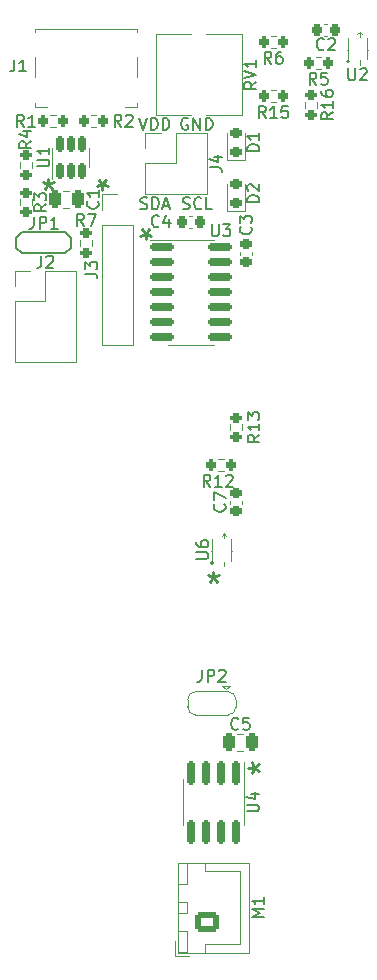
<source format=gto>
G04 #@! TF.GenerationSoftware,KiCad,Pcbnew,(6.0.10-0)*
G04 #@! TF.CreationDate,2023-11-26T23:42:57+09:00*
G04 #@! TF.ProjectId,AutoFeeder_Drum-type,4175746f-4665-4656-9465-725f4472756d,01*
G04 #@! TF.SameCoordinates,Original*
G04 #@! TF.FileFunction,Legend,Top*
G04 #@! TF.FilePolarity,Positive*
%FSLAX46Y46*%
G04 Gerber Fmt 4.6, Leading zero omitted, Abs format (unit mm)*
G04 Created by KiCad (PCBNEW (6.0.10-0)) date 2023-11-26 23:42:57*
%MOMM*%
%LPD*%
G01*
G04 APERTURE LIST*
G04 Aperture macros list*
%AMRoundRect*
0 Rectangle with rounded corners*
0 $1 Rounding radius*
0 $2 $3 $4 $5 $6 $7 $8 $9 X,Y pos of 4 corners*
0 Add a 4 corners polygon primitive as box body*
4,1,4,$2,$3,$4,$5,$6,$7,$8,$9,$2,$3,0*
0 Add four circle primitives for the rounded corners*
1,1,$1+$1,$2,$3*
1,1,$1+$1,$4,$5*
1,1,$1+$1,$6,$7*
1,1,$1+$1,$8,$9*
0 Add four rect primitives between the rounded corners*
20,1,$1+$1,$2,$3,$4,$5,0*
20,1,$1+$1,$4,$5,$6,$7,0*
20,1,$1+$1,$6,$7,$8,$9,0*
20,1,$1+$1,$8,$9,$2,$3,0*%
%AMFreePoly0*
4,1,22,0.550000,-0.750000,0.000000,-0.750000,0.000000,-0.745033,-0.079941,-0.743568,-0.215256,-0.701293,-0.333266,-0.622738,-0.424486,-0.514219,-0.481581,-0.384460,-0.499164,-0.250000,-0.500000,-0.250000,-0.500000,0.250000,-0.499164,0.250000,-0.499963,0.256109,-0.478152,0.396186,-0.417904,0.524511,-0.324060,0.630769,-0.204165,0.706417,-0.067858,0.745374,0.000000,0.744959,0.000000,0.750000,
0.550000,0.750000,0.550000,-0.750000,0.550000,-0.750000,$1*%
%AMFreePoly1*
4,1,20,0.000000,0.744959,0.073905,0.744508,0.209726,0.703889,0.328688,0.626782,0.421226,0.519385,0.479903,0.390333,0.500000,0.250000,0.500000,-0.250000,0.499851,-0.262216,0.476331,-0.402017,0.414519,-0.529596,0.319384,-0.634700,0.198574,-0.708877,0.061801,-0.746166,0.000000,-0.745033,0.000000,-0.750000,-0.550000,-0.750000,-0.550000,0.750000,0.000000,0.750000,0.000000,0.744959,
0.000000,0.744959,$1*%
G04 Aperture macros list end*
%ADD10C,0.150000*%
%ADD11C,0.250000*%
%ADD12C,0.120000*%
%ADD13C,0.100000*%
%ADD14C,0.200000*%
%ADD15FreePoly0,180.000000*%
%ADD16R,1.000000X1.500000*%
%ADD17FreePoly1,180.000000*%
%ADD18RoundRect,0.225000X-0.250000X0.225000X-0.250000X-0.225000X0.250000X-0.225000X0.250000X0.225000X0*%
%ADD19RoundRect,0.225000X0.225000X0.250000X-0.225000X0.250000X-0.225000X-0.250000X0.225000X-0.250000X0*%
%ADD20RoundRect,0.200000X-0.200000X-0.275000X0.200000X-0.275000X0.200000X0.275000X-0.200000X0.275000X0*%
%ADD21RoundRect,0.250000X-0.250000X-0.475000X0.250000X-0.475000X0.250000X0.475000X-0.250000X0.475000X0*%
%ADD22RoundRect,0.200000X-0.275000X0.200000X-0.275000X-0.200000X0.275000X-0.200000X0.275000X0.200000X0*%
%ADD23R,0.400000X0.650000*%
%ADD24RoundRect,0.200000X0.275000X-0.200000X0.275000X0.200000X-0.275000X0.200000X-0.275000X-0.200000X0*%
%ADD25R,1.700000X1.700000*%
%ADD26O,1.700000X1.700000*%
%ADD27RoundRect,0.200000X0.200000X0.275000X-0.200000X0.275000X-0.200000X-0.275000X0.200000X-0.275000X0*%
%ADD28C,1.440000*%
%ADD29RoundRect,0.150000X-0.150000X0.825000X-0.150000X-0.825000X0.150000X-0.825000X0.150000X0.825000X0*%
%ADD30C,1.400000*%
%ADD31RoundRect,0.150000X0.150000X-0.512500X0.150000X0.512500X-0.150000X0.512500X-0.150000X-0.512500X0*%
%ADD32C,2.200000*%
%ADD33R,0.700000X1.200000*%
%ADD34R,0.760000X1.200000*%
%ADD35R,0.800000X1.200000*%
%ADD36O,1.100000X1.700000*%
%ADD37RoundRect,0.150000X-0.825000X-0.150000X0.825000X-0.150000X0.825000X0.150000X-0.825000X0.150000X0*%
%ADD38RoundRect,0.250000X0.750000X-0.600000X0.750000X0.600000X-0.750000X0.600000X-0.750000X-0.600000X0*%
%ADD39O,2.000000X1.700000*%
%ADD40RoundRect,0.218750X0.256250X-0.218750X0.256250X0.218750X-0.256250X0.218750X-0.256250X-0.218750X0*%
%ADD41RoundRect,0.225000X0.250000X-0.225000X0.250000X0.225000X-0.250000X0.225000X-0.250000X-0.225000X0*%
G04 APERTURE END LIST*
D10*
X148018666Y-68413380D02*
X148352000Y-69413380D01*
X148685333Y-68413380D01*
X149018666Y-69413380D02*
X149018666Y-68413380D01*
X149256761Y-68413380D01*
X149399619Y-68461000D01*
X149494857Y-68556238D01*
X149542476Y-68651476D01*
X149590095Y-68841952D01*
X149590095Y-68984809D01*
X149542476Y-69175285D01*
X149494857Y-69270523D01*
X149399619Y-69365761D01*
X149256761Y-69413380D01*
X149018666Y-69413380D01*
X150018666Y-69413380D02*
X150018666Y-68413380D01*
X150256761Y-68413380D01*
X150399619Y-68461000D01*
X150494857Y-68556238D01*
X150542476Y-68651476D01*
X150590095Y-68841952D01*
X150590095Y-68984809D01*
X150542476Y-69175285D01*
X150494857Y-69270523D01*
X150399619Y-69365761D01*
X150256761Y-69413380D01*
X150018666Y-69413380D01*
X151717523Y-76096761D02*
X151860380Y-76144380D01*
X152098476Y-76144380D01*
X152193714Y-76096761D01*
X152241333Y-76049142D01*
X152288952Y-75953904D01*
X152288952Y-75858666D01*
X152241333Y-75763428D01*
X152193714Y-75715809D01*
X152098476Y-75668190D01*
X151908000Y-75620571D01*
X151812761Y-75572952D01*
X151765142Y-75525333D01*
X151717523Y-75430095D01*
X151717523Y-75334857D01*
X151765142Y-75239619D01*
X151812761Y-75192000D01*
X151908000Y-75144380D01*
X152146095Y-75144380D01*
X152288952Y-75192000D01*
X153288952Y-76049142D02*
X153241333Y-76096761D01*
X153098476Y-76144380D01*
X153003238Y-76144380D01*
X152860380Y-76096761D01*
X152765142Y-76001523D01*
X152717523Y-75906285D01*
X152669904Y-75715809D01*
X152669904Y-75572952D01*
X152717523Y-75382476D01*
X152765142Y-75287238D01*
X152860380Y-75192000D01*
X153003238Y-75144380D01*
X153098476Y-75144380D01*
X153241333Y-75192000D01*
X153288952Y-75239619D01*
X154193714Y-76144380D02*
X153717523Y-76144380D01*
X153717523Y-75144380D01*
X148137714Y-76096761D02*
X148280571Y-76144380D01*
X148518666Y-76144380D01*
X148613904Y-76096761D01*
X148661523Y-76049142D01*
X148709142Y-75953904D01*
X148709142Y-75858666D01*
X148661523Y-75763428D01*
X148613904Y-75715809D01*
X148518666Y-75668190D01*
X148328190Y-75620571D01*
X148232952Y-75572952D01*
X148185333Y-75525333D01*
X148137714Y-75430095D01*
X148137714Y-75334857D01*
X148185333Y-75239619D01*
X148232952Y-75192000D01*
X148328190Y-75144380D01*
X148566285Y-75144380D01*
X148709142Y-75192000D01*
X149137714Y-76144380D02*
X149137714Y-75144380D01*
X149375809Y-75144380D01*
X149518666Y-75192000D01*
X149613904Y-75287238D01*
X149661523Y-75382476D01*
X149709142Y-75572952D01*
X149709142Y-75715809D01*
X149661523Y-75906285D01*
X149613904Y-76001523D01*
X149518666Y-76096761D01*
X149375809Y-76144380D01*
X149137714Y-76144380D01*
X150090095Y-75858666D02*
X150566285Y-75858666D01*
X149994857Y-76144380D02*
X150328190Y-75144380D01*
X150661523Y-76144380D01*
D11*
X140335000Y-73580761D02*
X140335000Y-74056952D01*
X139858809Y-73866476D02*
X140335000Y-74056952D01*
X140811190Y-73866476D01*
X140049285Y-74437904D02*
X140335000Y-74056952D01*
X140620714Y-74437904D01*
X148590000Y-78692238D02*
X148590000Y-78216047D01*
X149066190Y-78406523D02*
X148590000Y-78216047D01*
X148113809Y-78406523D01*
X148875714Y-77835095D02*
X148590000Y-78216047D01*
X148304285Y-77835095D01*
X154305000Y-106854761D02*
X154305000Y-107330952D01*
X153828809Y-107140476D02*
X154305000Y-107330952D01*
X154781190Y-107140476D01*
X154019285Y-107711904D02*
X154305000Y-107330952D01*
X154590714Y-107711904D01*
D10*
X152146095Y-68461000D02*
X152050857Y-68413380D01*
X151908000Y-68413380D01*
X151765142Y-68461000D01*
X151669904Y-68556238D01*
X151622285Y-68651476D01*
X151574666Y-68841952D01*
X151574666Y-68984809D01*
X151622285Y-69175285D01*
X151669904Y-69270523D01*
X151765142Y-69365761D01*
X151908000Y-69413380D01*
X152003238Y-69413380D01*
X152146095Y-69365761D01*
X152193714Y-69318142D01*
X152193714Y-68984809D01*
X152003238Y-68984809D01*
X152622285Y-69413380D02*
X152622285Y-68413380D01*
X153193714Y-69413380D01*
X153193714Y-68413380D01*
X153669904Y-69413380D02*
X153669904Y-68413380D01*
X153908000Y-68413380D01*
X154050857Y-68461000D01*
X154146095Y-68556238D01*
X154193714Y-68651476D01*
X154241333Y-68841952D01*
X154241333Y-68984809D01*
X154193714Y-69175285D01*
X154146095Y-69270523D01*
X154050857Y-69365761D01*
X153908000Y-69413380D01*
X153669904Y-69413380D01*
D11*
X144907000Y-74501238D02*
X144907000Y-74025047D01*
X145383190Y-74215523D02*
X144907000Y-74025047D01*
X144430809Y-74215523D01*
X145192714Y-73644095D02*
X144907000Y-74025047D01*
X144621285Y-73644095D01*
X157273761Y-123444000D02*
X157749952Y-123444000D01*
X157559476Y-123920190D02*
X157749952Y-123444000D01*
X157559476Y-122967809D01*
X158130904Y-123729714D02*
X157749952Y-123444000D01*
X158130904Y-123158285D01*
D10*
X153344666Y-115149380D02*
X153344666Y-115863666D01*
X153297047Y-116006523D01*
X153201809Y-116101761D01*
X153058952Y-116149380D01*
X152963714Y-116149380D01*
X153820857Y-116149380D02*
X153820857Y-115149380D01*
X154201809Y-115149380D01*
X154297047Y-115197000D01*
X154344666Y-115244619D01*
X154392285Y-115339857D01*
X154392285Y-115482714D01*
X154344666Y-115577952D01*
X154297047Y-115625571D01*
X154201809Y-115673190D01*
X153820857Y-115673190D01*
X154773238Y-115244619D02*
X154820857Y-115197000D01*
X154916095Y-115149380D01*
X155154190Y-115149380D01*
X155249428Y-115197000D01*
X155297047Y-115244619D01*
X155344666Y-115339857D01*
X155344666Y-115435095D01*
X155297047Y-115577952D01*
X154725619Y-116149380D01*
X155344666Y-116149380D01*
X155246142Y-101131666D02*
X155293761Y-101179285D01*
X155341380Y-101322142D01*
X155341380Y-101417380D01*
X155293761Y-101560238D01*
X155198523Y-101655476D01*
X155103285Y-101703095D01*
X154912809Y-101750714D01*
X154769952Y-101750714D01*
X154579476Y-101703095D01*
X154484238Y-101655476D01*
X154389000Y-101560238D01*
X154341380Y-101417380D01*
X154341380Y-101322142D01*
X154389000Y-101179285D01*
X154436619Y-101131666D01*
X154341380Y-100798333D02*
X154341380Y-100131666D01*
X155341380Y-100560238D01*
X149693333Y-77573142D02*
X149645714Y-77620761D01*
X149502857Y-77668380D01*
X149407619Y-77668380D01*
X149264761Y-77620761D01*
X149169523Y-77525523D01*
X149121904Y-77430285D01*
X149074285Y-77239809D01*
X149074285Y-77096952D01*
X149121904Y-76906476D01*
X149169523Y-76811238D01*
X149264761Y-76716000D01*
X149407619Y-76668380D01*
X149502857Y-76668380D01*
X149645714Y-76716000D01*
X149693333Y-76763619D01*
X150550476Y-77001714D02*
X150550476Y-77668380D01*
X150312380Y-76620761D02*
X150074285Y-77335047D01*
X150693333Y-77335047D01*
X163028333Y-65603380D02*
X162695000Y-65127190D01*
X162456904Y-65603380D02*
X162456904Y-64603380D01*
X162837857Y-64603380D01*
X162933095Y-64651000D01*
X162980714Y-64698619D01*
X163028333Y-64793857D01*
X163028333Y-64936714D01*
X162980714Y-65031952D01*
X162933095Y-65079571D01*
X162837857Y-65127190D01*
X162456904Y-65127190D01*
X163933095Y-64603380D02*
X163456904Y-64603380D01*
X163409285Y-65079571D01*
X163456904Y-65031952D01*
X163552142Y-64984333D01*
X163790238Y-64984333D01*
X163885476Y-65031952D01*
X163933095Y-65079571D01*
X163980714Y-65174809D01*
X163980714Y-65412904D01*
X163933095Y-65508142D01*
X163885476Y-65555761D01*
X163790238Y-65603380D01*
X163552142Y-65603380D01*
X163456904Y-65555761D01*
X163409285Y-65508142D01*
X144502142Y-75477666D02*
X144549761Y-75525285D01*
X144597380Y-75668142D01*
X144597380Y-75763380D01*
X144549761Y-75906238D01*
X144454523Y-76001476D01*
X144359285Y-76049095D01*
X144168809Y-76096714D01*
X144025952Y-76096714D01*
X143835476Y-76049095D01*
X143740238Y-76001476D01*
X143645000Y-75906238D01*
X143597380Y-75763380D01*
X143597380Y-75668142D01*
X143645000Y-75525285D01*
X143692619Y-75477666D01*
X144597380Y-74525285D02*
X144597380Y-75096714D01*
X144597380Y-74811000D02*
X143597380Y-74811000D01*
X143740238Y-74906238D01*
X143835476Y-75001476D01*
X143883095Y-75096714D01*
X164442380Y-67952857D02*
X163966190Y-68286190D01*
X164442380Y-68524285D02*
X163442380Y-68524285D01*
X163442380Y-68143333D01*
X163490000Y-68048095D01*
X163537619Y-68000476D01*
X163632857Y-67952857D01*
X163775714Y-67952857D01*
X163870952Y-68000476D01*
X163918571Y-68048095D01*
X163966190Y-68143333D01*
X163966190Y-68524285D01*
X164442380Y-67000476D02*
X164442380Y-67571904D01*
X164442380Y-67286190D02*
X163442380Y-67286190D01*
X163585238Y-67381428D01*
X163680476Y-67476666D01*
X163728095Y-67571904D01*
X163442380Y-66143333D02*
X163442380Y-66333809D01*
X163490000Y-66429047D01*
X163537619Y-66476666D01*
X163680476Y-66571904D01*
X163870952Y-66619523D01*
X164251904Y-66619523D01*
X164347142Y-66571904D01*
X164394761Y-66524285D01*
X164442380Y-66429047D01*
X164442380Y-66238571D01*
X164394761Y-66143333D01*
X164347142Y-66095714D01*
X164251904Y-66048095D01*
X164013809Y-66048095D01*
X163918571Y-66095714D01*
X163870952Y-66143333D01*
X163823333Y-66238571D01*
X163823333Y-66429047D01*
X163870952Y-66524285D01*
X163918571Y-66571904D01*
X164013809Y-66619523D01*
X140152380Y-75731666D02*
X139676190Y-76065000D01*
X140152380Y-76303095D02*
X139152380Y-76303095D01*
X139152380Y-75922142D01*
X139200000Y-75826904D01*
X139247619Y-75779285D01*
X139342857Y-75731666D01*
X139485714Y-75731666D01*
X139580952Y-75779285D01*
X139628571Y-75826904D01*
X139676190Y-75922142D01*
X139676190Y-76303095D01*
X139152380Y-75398333D02*
X139152380Y-74779285D01*
X139533333Y-75112619D01*
X139533333Y-74969761D01*
X139580952Y-74874523D01*
X139628571Y-74826904D01*
X139723809Y-74779285D01*
X139961904Y-74779285D01*
X140057142Y-74826904D01*
X140104761Y-74874523D01*
X140152380Y-74969761D01*
X140152380Y-75255476D01*
X140104761Y-75350714D01*
X140057142Y-75398333D01*
X152868380Y-105761904D02*
X153677904Y-105761904D01*
X153773142Y-105714285D01*
X153820761Y-105666666D01*
X153868380Y-105571428D01*
X153868380Y-105380952D01*
X153820761Y-105285714D01*
X153773142Y-105238095D01*
X153677904Y-105190476D01*
X152868380Y-105190476D01*
X152868380Y-104285714D02*
X152868380Y-104476190D01*
X152916000Y-104571428D01*
X152963619Y-104619047D01*
X153106476Y-104714285D01*
X153296952Y-104761904D01*
X153677904Y-104761904D01*
X153773142Y-104714285D01*
X153820761Y-104666666D01*
X153868380Y-104571428D01*
X153868380Y-104380952D01*
X153820761Y-104285714D01*
X153773142Y-104238095D01*
X153677904Y-104190476D01*
X153439809Y-104190476D01*
X153344571Y-104238095D01*
X153296952Y-104285714D01*
X153249333Y-104380952D01*
X153249333Y-104571428D01*
X153296952Y-104666666D01*
X153344571Y-104714285D01*
X153439809Y-104761904D01*
X158199880Y-95257857D02*
X157723690Y-95591190D01*
X158199880Y-95829285D02*
X157199880Y-95829285D01*
X157199880Y-95448333D01*
X157247500Y-95353095D01*
X157295119Y-95305476D01*
X157390357Y-95257857D01*
X157533214Y-95257857D01*
X157628452Y-95305476D01*
X157676071Y-95353095D01*
X157723690Y-95448333D01*
X157723690Y-95829285D01*
X158199880Y-94305476D02*
X158199880Y-94876904D01*
X158199880Y-94591190D02*
X157199880Y-94591190D01*
X157342738Y-94686428D01*
X157437976Y-94781666D01*
X157485595Y-94876904D01*
X157199880Y-93972142D02*
X157199880Y-93353095D01*
X157580833Y-93686428D01*
X157580833Y-93543571D01*
X157628452Y-93448333D01*
X157676071Y-93400714D01*
X157771309Y-93353095D01*
X158009404Y-93353095D01*
X158104642Y-93400714D01*
X158152261Y-93448333D01*
X158199880Y-93543571D01*
X158199880Y-93829285D01*
X158152261Y-93924523D01*
X158104642Y-93972142D01*
X139747666Y-80097380D02*
X139747666Y-80811666D01*
X139700047Y-80954523D01*
X139604809Y-81049761D01*
X139461952Y-81097380D01*
X139366714Y-81097380D01*
X140176238Y-80192619D02*
X140223857Y-80145000D01*
X140319095Y-80097380D01*
X140557190Y-80097380D01*
X140652428Y-80145000D01*
X140700047Y-80192619D01*
X140747666Y-80287857D01*
X140747666Y-80383095D01*
X140700047Y-80525952D01*
X140128619Y-81097380D01*
X140747666Y-81097380D01*
X154059884Y-99639380D02*
X153726551Y-99163190D01*
X153488456Y-99639380D02*
X153488456Y-98639380D01*
X153869408Y-98639380D01*
X153964646Y-98687000D01*
X154012265Y-98734619D01*
X154059884Y-98829857D01*
X154059884Y-98972714D01*
X154012265Y-99067952D01*
X153964646Y-99115571D01*
X153869408Y-99163190D01*
X153488456Y-99163190D01*
X155012265Y-99639380D02*
X154440837Y-99639380D01*
X154726551Y-99639380D02*
X154726551Y-98639380D01*
X154631313Y-98782238D01*
X154536075Y-98877476D01*
X154440837Y-98925095D01*
X155393218Y-98734619D02*
X155440837Y-98687000D01*
X155536075Y-98639380D01*
X155774170Y-98639380D01*
X155869408Y-98687000D01*
X155917027Y-98734619D01*
X155964646Y-98829857D01*
X155964646Y-98925095D01*
X155917027Y-99067952D01*
X155345599Y-99639380D01*
X155964646Y-99639380D01*
X158742142Y-68430380D02*
X158408809Y-67954190D01*
X158170714Y-68430380D02*
X158170714Y-67430380D01*
X158551666Y-67430380D01*
X158646904Y-67478000D01*
X158694523Y-67525619D01*
X158742142Y-67620857D01*
X158742142Y-67763714D01*
X158694523Y-67858952D01*
X158646904Y-67906571D01*
X158551666Y-67954190D01*
X158170714Y-67954190D01*
X159694523Y-68430380D02*
X159123095Y-68430380D01*
X159408809Y-68430380D02*
X159408809Y-67430380D01*
X159313571Y-67573238D01*
X159218333Y-67668476D01*
X159123095Y-67716095D01*
X160599285Y-67430380D02*
X160123095Y-67430380D01*
X160075476Y-67906571D01*
X160123095Y-67858952D01*
X160218333Y-67811333D01*
X160456428Y-67811333D01*
X160551666Y-67858952D01*
X160599285Y-67906571D01*
X160646904Y-68001809D01*
X160646904Y-68239904D01*
X160599285Y-68335142D01*
X160551666Y-68382761D01*
X160456428Y-68430380D01*
X160218333Y-68430380D01*
X160123095Y-68382761D01*
X160075476Y-68335142D01*
X154011380Y-72596333D02*
X154725666Y-72596333D01*
X154868523Y-72643952D01*
X154963761Y-72739190D01*
X155011380Y-72882047D01*
X155011380Y-72977285D01*
X154344714Y-71691571D02*
X155011380Y-71691571D01*
X153963761Y-71929666D02*
X154678047Y-72167761D01*
X154678047Y-71548714D01*
X157932380Y-65365238D02*
X157456190Y-65698571D01*
X157932380Y-65936666D02*
X156932380Y-65936666D01*
X156932380Y-65555714D01*
X156980000Y-65460476D01*
X157027619Y-65412857D01*
X157122857Y-65365238D01*
X157265714Y-65365238D01*
X157360952Y-65412857D01*
X157408571Y-65460476D01*
X157456190Y-65555714D01*
X157456190Y-65936666D01*
X156932380Y-65079523D02*
X157932380Y-64746190D01*
X156932380Y-64412857D01*
X157932380Y-63555714D02*
X157932380Y-64127142D01*
X157932380Y-63841428D02*
X156932380Y-63841428D01*
X157075238Y-63936666D01*
X157170476Y-64031904D01*
X157218095Y-64127142D01*
X157157380Y-127126904D02*
X157966904Y-127126904D01*
X158062142Y-127079285D01*
X158109761Y-127031666D01*
X158157380Y-126936428D01*
X158157380Y-126745952D01*
X158109761Y-126650714D01*
X158062142Y-126603095D01*
X157966904Y-126555476D01*
X157157380Y-126555476D01*
X157490714Y-125650714D02*
X158157380Y-125650714D01*
X157109761Y-125888809D02*
X157824047Y-126126904D01*
X157824047Y-125507857D01*
X165738095Y-64222380D02*
X165738095Y-65031904D01*
X165785714Y-65127142D01*
X165833333Y-65174761D01*
X165928571Y-65222380D01*
X166119047Y-65222380D01*
X166214285Y-65174761D01*
X166261904Y-65127142D01*
X166309523Y-65031904D01*
X166309523Y-64222380D01*
X166738095Y-64317619D02*
X166785714Y-64270000D01*
X166880952Y-64222380D01*
X167119047Y-64222380D01*
X167214285Y-64270000D01*
X167261904Y-64317619D01*
X167309523Y-64412857D01*
X167309523Y-64508095D01*
X167261904Y-64650952D01*
X166690476Y-65222380D01*
X167309523Y-65222380D01*
X139120666Y-76795380D02*
X139120666Y-77509666D01*
X139073047Y-77652523D01*
X138977809Y-77747761D01*
X138834952Y-77795380D01*
X138739714Y-77795380D01*
X139596857Y-77795380D02*
X139596857Y-76795380D01*
X139977809Y-76795380D01*
X140073047Y-76843000D01*
X140120666Y-76890619D01*
X140168285Y-76985857D01*
X140168285Y-77128714D01*
X140120666Y-77223952D01*
X140073047Y-77271571D01*
X139977809Y-77319190D01*
X139596857Y-77319190D01*
X141120666Y-77795380D02*
X140549238Y-77795380D01*
X140834952Y-77795380D02*
X140834952Y-76795380D01*
X140739714Y-76938238D01*
X140644476Y-77033476D01*
X140549238Y-77081095D01*
X143470380Y-81608333D02*
X144184666Y-81608333D01*
X144327523Y-81655952D01*
X144422761Y-81751190D01*
X144470380Y-81894047D01*
X144470380Y-81989285D01*
X143470380Y-81227380D02*
X143470380Y-80608333D01*
X143851333Y-80941666D01*
X143851333Y-80798809D01*
X143898952Y-80703571D01*
X143946571Y-80655952D01*
X144041809Y-80608333D01*
X144279904Y-80608333D01*
X144375142Y-80655952D01*
X144422761Y-80703571D01*
X144470380Y-80798809D01*
X144470380Y-81084523D01*
X144422761Y-81179761D01*
X144375142Y-81227380D01*
X139406380Y-72516904D02*
X140215904Y-72516904D01*
X140311142Y-72469285D01*
X140358761Y-72421666D01*
X140406380Y-72326428D01*
X140406380Y-72135952D01*
X140358761Y-72040714D01*
X140311142Y-71993095D01*
X140215904Y-71945476D01*
X139406380Y-71945476D01*
X140406380Y-70945476D02*
X140406380Y-71516904D01*
X140406380Y-71231190D02*
X139406380Y-71231190D01*
X139549238Y-71326428D01*
X139644476Y-71421666D01*
X139692095Y-71516904D01*
X138882380Y-70406666D02*
X138406190Y-70740000D01*
X138882380Y-70978095D02*
X137882380Y-70978095D01*
X137882380Y-70597142D01*
X137930000Y-70501904D01*
X137977619Y-70454285D01*
X138072857Y-70406666D01*
X138215714Y-70406666D01*
X138310952Y-70454285D01*
X138358571Y-70501904D01*
X138406190Y-70597142D01*
X138406190Y-70978095D01*
X138215714Y-69549523D02*
X138882380Y-69549523D01*
X137834761Y-69787619D02*
X138549047Y-70025714D01*
X138549047Y-69406666D01*
X137461666Y-63482380D02*
X137461666Y-64196666D01*
X137414047Y-64339523D01*
X137318809Y-64434761D01*
X137175952Y-64482380D01*
X137080714Y-64482380D01*
X138461666Y-64482380D02*
X137890238Y-64482380D01*
X138175952Y-64482380D02*
X138175952Y-63482380D01*
X138080714Y-63625238D01*
X137985476Y-63720476D01*
X137890238Y-63768095D01*
X156424333Y-120118142D02*
X156376714Y-120165761D01*
X156233857Y-120213380D01*
X156138619Y-120213380D01*
X155995761Y-120165761D01*
X155900523Y-120070523D01*
X155852904Y-119975285D01*
X155805285Y-119784809D01*
X155805285Y-119641952D01*
X155852904Y-119451476D01*
X155900523Y-119356238D01*
X155995761Y-119261000D01*
X156138619Y-119213380D01*
X156233857Y-119213380D01*
X156376714Y-119261000D01*
X156424333Y-119308619D01*
X157329095Y-119213380D02*
X156852904Y-119213380D01*
X156805285Y-119689571D01*
X156852904Y-119641952D01*
X156948142Y-119594333D01*
X157186238Y-119594333D01*
X157281476Y-119641952D01*
X157329095Y-119689571D01*
X157376714Y-119784809D01*
X157376714Y-120022904D01*
X157329095Y-120118142D01*
X157281476Y-120165761D01*
X157186238Y-120213380D01*
X156948142Y-120213380D01*
X156852904Y-120165761D01*
X156805285Y-120118142D01*
X154178095Y-77430380D02*
X154178095Y-78239904D01*
X154225714Y-78335142D01*
X154273333Y-78382761D01*
X154368571Y-78430380D01*
X154559047Y-78430380D01*
X154654285Y-78382761D01*
X154701904Y-78335142D01*
X154749523Y-78239904D01*
X154749523Y-77430380D01*
X155130476Y-77430380D02*
X155749523Y-77430380D01*
X155416190Y-77811333D01*
X155559047Y-77811333D01*
X155654285Y-77858952D01*
X155701904Y-77906571D01*
X155749523Y-78001809D01*
X155749523Y-78239904D01*
X155701904Y-78335142D01*
X155654285Y-78382761D01*
X155559047Y-78430380D01*
X155273333Y-78430380D01*
X155178095Y-78382761D01*
X155130476Y-78335142D01*
X158567380Y-136084523D02*
X157567380Y-136084523D01*
X158281666Y-135751190D01*
X157567380Y-135417857D01*
X158567380Y-135417857D01*
X158567380Y-134417857D02*
X158567380Y-134989285D01*
X158567380Y-134703571D02*
X157567380Y-134703571D01*
X157710238Y-134798809D01*
X157805476Y-134894047D01*
X157853095Y-134989285D01*
X158186380Y-71223095D02*
X157186380Y-71223095D01*
X157186380Y-70985000D01*
X157234000Y-70842142D01*
X157329238Y-70746904D01*
X157424476Y-70699285D01*
X157614952Y-70651666D01*
X157757809Y-70651666D01*
X157948285Y-70699285D01*
X158043523Y-70746904D01*
X158138761Y-70842142D01*
X158186380Y-70985000D01*
X158186380Y-71223095D01*
X158186380Y-69699285D02*
X158186380Y-70270714D01*
X158186380Y-69985000D02*
X157186380Y-69985000D01*
X157329238Y-70080238D01*
X157424476Y-70175476D01*
X157472095Y-70270714D01*
X158186380Y-75541095D02*
X157186380Y-75541095D01*
X157186380Y-75303000D01*
X157234000Y-75160142D01*
X157329238Y-75064904D01*
X157424476Y-75017285D01*
X157614952Y-74969666D01*
X157757809Y-74969666D01*
X157948285Y-75017285D01*
X158043523Y-75064904D01*
X158138761Y-75160142D01*
X158186380Y-75303000D01*
X158186380Y-75541095D01*
X157281619Y-74588714D02*
X157234000Y-74541095D01*
X157186380Y-74445857D01*
X157186380Y-74207761D01*
X157234000Y-74112523D01*
X157281619Y-74064904D01*
X157376857Y-74017285D01*
X157472095Y-74017285D01*
X157614952Y-74064904D01*
X158186380Y-74636333D01*
X158186380Y-74017285D01*
X143343333Y-77541380D02*
X143010000Y-77065190D01*
X142771904Y-77541380D02*
X142771904Y-76541380D01*
X143152857Y-76541380D01*
X143248095Y-76589000D01*
X143295714Y-76636619D01*
X143343333Y-76731857D01*
X143343333Y-76874714D01*
X143295714Y-76969952D01*
X143248095Y-77017571D01*
X143152857Y-77065190D01*
X142771904Y-77065190D01*
X143676666Y-76541380D02*
X144343333Y-76541380D01*
X143914761Y-77541380D01*
X157456142Y-77636666D02*
X157503761Y-77684285D01*
X157551380Y-77827142D01*
X157551380Y-77922380D01*
X157503761Y-78065238D01*
X157408523Y-78160476D01*
X157313285Y-78208095D01*
X157122809Y-78255714D01*
X156979952Y-78255714D01*
X156789476Y-78208095D01*
X156694238Y-78160476D01*
X156599000Y-78065238D01*
X156551380Y-77922380D01*
X156551380Y-77827142D01*
X156599000Y-77684285D01*
X156646619Y-77636666D01*
X156551380Y-77303333D02*
X156551380Y-76684285D01*
X156932333Y-77017619D01*
X156932333Y-76874761D01*
X156979952Y-76779523D01*
X157027571Y-76731904D01*
X157122809Y-76684285D01*
X157360904Y-76684285D01*
X157456142Y-76731904D01*
X157503761Y-76779523D01*
X157551380Y-76874761D01*
X157551380Y-77160476D01*
X157503761Y-77255714D01*
X157456142Y-77303333D01*
X163663333Y-62587142D02*
X163615714Y-62634761D01*
X163472857Y-62682380D01*
X163377619Y-62682380D01*
X163234761Y-62634761D01*
X163139523Y-62539523D01*
X163091904Y-62444285D01*
X163044285Y-62253809D01*
X163044285Y-62110952D01*
X163091904Y-61920476D01*
X163139523Y-61825238D01*
X163234761Y-61730000D01*
X163377619Y-61682380D01*
X163472857Y-61682380D01*
X163615714Y-61730000D01*
X163663333Y-61777619D01*
X164044285Y-61777619D02*
X164091904Y-61730000D01*
X164187142Y-61682380D01*
X164425238Y-61682380D01*
X164520476Y-61730000D01*
X164568095Y-61777619D01*
X164615714Y-61872857D01*
X164615714Y-61968095D01*
X164568095Y-62110952D01*
X163996666Y-62682380D01*
X164615714Y-62682380D01*
X138263333Y-69159380D02*
X137930000Y-68683190D01*
X137691904Y-69159380D02*
X137691904Y-68159380D01*
X138072857Y-68159380D01*
X138168095Y-68207000D01*
X138215714Y-68254619D01*
X138263333Y-68349857D01*
X138263333Y-68492714D01*
X138215714Y-68587952D01*
X138168095Y-68635571D01*
X138072857Y-68683190D01*
X137691904Y-68683190D01*
X139215714Y-69159380D02*
X138644285Y-69159380D01*
X138930000Y-69159380D02*
X138930000Y-68159380D01*
X138834761Y-68302238D01*
X138739523Y-68397476D01*
X138644285Y-68445095D01*
X159218333Y-63825380D02*
X158885000Y-63349190D01*
X158646904Y-63825380D02*
X158646904Y-62825380D01*
X159027857Y-62825380D01*
X159123095Y-62873000D01*
X159170714Y-62920619D01*
X159218333Y-63015857D01*
X159218333Y-63158714D01*
X159170714Y-63253952D01*
X159123095Y-63301571D01*
X159027857Y-63349190D01*
X158646904Y-63349190D01*
X160075476Y-62825380D02*
X159885000Y-62825380D01*
X159789761Y-62873000D01*
X159742142Y-62920619D01*
X159646904Y-63063476D01*
X159599285Y-63253952D01*
X159599285Y-63634904D01*
X159646904Y-63730142D01*
X159694523Y-63777761D01*
X159789761Y-63825380D01*
X159980238Y-63825380D01*
X160075476Y-63777761D01*
X160123095Y-63730142D01*
X160170714Y-63634904D01*
X160170714Y-63396809D01*
X160123095Y-63301571D01*
X160075476Y-63253952D01*
X159980238Y-63206333D01*
X159789761Y-63206333D01*
X159694523Y-63253952D01*
X159646904Y-63301571D01*
X159599285Y-63396809D01*
X146518333Y-69159380D02*
X146185000Y-68683190D01*
X145946904Y-69159380D02*
X145946904Y-68159380D01*
X146327857Y-68159380D01*
X146423095Y-68207000D01*
X146470714Y-68254619D01*
X146518333Y-68349857D01*
X146518333Y-68492714D01*
X146470714Y-68587952D01*
X146423095Y-68635571D01*
X146327857Y-68683190D01*
X145946904Y-68683190D01*
X146899285Y-68254619D02*
X146946904Y-68207000D01*
X147042142Y-68159380D01*
X147280238Y-68159380D01*
X147375476Y-68207000D01*
X147423095Y-68254619D01*
X147470714Y-68349857D01*
X147470714Y-68445095D01*
X147423095Y-68587952D01*
X146851666Y-69159380D01*
X147470714Y-69159380D01*
D12*
X155378000Y-116783000D02*
X155078000Y-116483000D01*
X155678000Y-116483000D02*
X155078000Y-116483000D01*
X152128000Y-118283000D02*
X152128000Y-117683000D01*
X155578000Y-118983000D02*
X152778000Y-118983000D01*
X156228000Y-117683000D02*
X156228000Y-118283000D01*
X152778000Y-116983000D02*
X155578000Y-116983000D01*
X155378000Y-116783000D02*
X155678000Y-116483000D01*
X155528000Y-118983000D02*
G75*
G03*
X156228000Y-118283000I1J699999D01*
G01*
X156228000Y-117683000D02*
G75*
G03*
X155528000Y-116983000I-699999J1D01*
G01*
X152828000Y-116983000D02*
G75*
G03*
X152128000Y-117683000I0J-700000D01*
G01*
X152128000Y-118283000D02*
G75*
G03*
X152828000Y-118983000I700000J0D01*
G01*
X155700000Y-100824420D02*
X155700000Y-101105580D01*
X156720000Y-100824420D02*
X156720000Y-101105580D01*
X152540580Y-76706000D02*
X152259420Y-76706000D01*
X152540580Y-77726000D02*
X152259420Y-77726000D01*
X162957742Y-63231500D02*
X163432258Y-63231500D01*
X162957742Y-64276500D02*
X163432258Y-64276500D01*
X141597748Y-76046000D02*
X142120252Y-76046000D01*
X141597748Y-74576000D02*
X142120252Y-74576000D01*
X162037500Y-67072742D02*
X162037500Y-67547258D01*
X163082500Y-67072742D02*
X163082500Y-67547258D01*
X138952500Y-75327742D02*
X138952500Y-75802258D01*
X137907500Y-75327742D02*
X137907500Y-75802258D01*
D13*
X155800000Y-104100000D02*
X155800000Y-105900000D01*
X155800000Y-105100000D02*
X155900000Y-105100000D01*
X155200000Y-104000000D02*
X155200000Y-103600000D01*
X155200000Y-103600000D02*
X155000000Y-103800000D01*
X154200000Y-104100000D02*
X154200000Y-105900000D01*
X155200000Y-106000000D02*
X155200000Y-106400000D01*
X155200000Y-103600000D02*
X155400000Y-103800000D01*
X154200000Y-105100000D02*
X154100000Y-105100000D01*
D14*
X154300000Y-106100000D02*
G75*
G03*
X154300000Y-106100000I-100000J0D01*
G01*
D12*
X155687500Y-94852258D02*
X155687500Y-94377742D01*
X156732500Y-94852258D02*
X156732500Y-94377742D01*
X137481000Y-81347000D02*
X138811000Y-81347000D01*
X140081000Y-81347000D02*
X142681000Y-81347000D01*
X142681000Y-81347000D02*
X142681000Y-89087000D01*
X137481000Y-89087000D02*
X142681000Y-89087000D01*
X137481000Y-83947000D02*
X140081000Y-83947000D01*
X137481000Y-82677000D02*
X137481000Y-81347000D01*
X137481000Y-83947000D02*
X137481000Y-89087000D01*
X140081000Y-83947000D02*
X140081000Y-81347000D01*
X155177258Y-98312500D02*
X154702742Y-98312500D01*
X155177258Y-97267500D02*
X154702742Y-97267500D01*
X159622258Y-66025500D02*
X159147742Y-66025500D01*
X159622258Y-67070500D02*
X159147742Y-67070500D01*
X148530000Y-72263000D02*
X151130000Y-72263000D01*
X148530000Y-69663000D02*
X149860000Y-69663000D01*
X148530000Y-72263000D02*
X148530000Y-74863000D01*
X148530000Y-70993000D02*
X148530000Y-69663000D01*
X148530000Y-74863000D02*
X153730000Y-74863000D01*
X151130000Y-72263000D02*
X151130000Y-69663000D01*
X151130000Y-69663000D02*
X153730000Y-69663000D01*
X153730000Y-69663000D02*
X153730000Y-74863000D01*
X156715000Y-68190000D02*
X156715000Y-61350000D01*
X156715000Y-68190000D02*
X153685000Y-68190000D01*
X156715000Y-61350000D02*
X153685000Y-61350000D01*
X149475000Y-68190000D02*
X149475000Y-61350000D01*
X152385000Y-68190000D02*
X149475000Y-68190000D01*
X152385000Y-61350000D02*
X149475000Y-61350000D01*
X156865000Y-126365000D02*
X156865000Y-128315000D01*
X151745000Y-126365000D02*
X151745000Y-128315000D01*
X151745000Y-126365000D02*
X151745000Y-124415000D01*
X156865000Y-126365000D02*
X156865000Y-122915000D01*
D13*
X167300000Y-62650000D02*
X167400000Y-62650000D01*
X166700000Y-63550000D02*
X166700000Y-63950000D01*
X166700000Y-61150000D02*
X166500000Y-61350000D01*
X167300000Y-61650000D02*
X167300000Y-63450000D01*
X165700000Y-61650000D02*
X165700000Y-63450000D01*
X166700000Y-61150000D02*
X166900000Y-61350000D01*
X166700000Y-61550000D02*
X166700000Y-61150000D01*
X165700000Y-62650000D02*
X165600000Y-62650000D01*
D14*
X165800000Y-63650000D02*
G75*
G03*
X165800000Y-63650000I-100000J0D01*
G01*
D10*
X141734000Y-79894000D02*
X138134000Y-79894000D01*
X137634000Y-78594000D02*
X138134000Y-78094000D01*
X138134000Y-78094000D02*
X141734000Y-78094000D01*
X142234000Y-78594000D02*
X142234000Y-79394000D01*
X137634000Y-79394000D02*
X137634000Y-78594000D01*
X142234000Y-79394000D02*
X141734000Y-79894000D01*
X138134000Y-79894000D02*
X137634000Y-79394000D01*
X141734000Y-78094000D02*
X142234000Y-78594000D01*
D12*
X147507000Y-77470000D02*
X147507000Y-87690000D01*
X144847000Y-77470000D02*
X144847000Y-87690000D01*
X144847000Y-77470000D02*
X147507000Y-77470000D01*
X144847000Y-76200000D02*
X144847000Y-74870000D01*
X144847000Y-87690000D02*
X147507000Y-87690000D01*
X144847000Y-74870000D02*
X146177000Y-74870000D01*
X140680000Y-71755000D02*
X140680000Y-70955000D01*
X140680000Y-71755000D02*
X140680000Y-73555000D01*
X143800000Y-71755000D02*
X143800000Y-72555000D01*
X143800000Y-71755000D02*
X143800000Y-70955000D01*
X137907500Y-72627258D02*
X137907500Y-72152742D01*
X138952500Y-72627258D02*
X138952500Y-72152742D01*
X140190000Y-67530000D02*
X139190000Y-67530000D01*
X147830000Y-61130000D02*
X147830000Y-60900000D01*
X147830000Y-64930000D02*
X147830000Y-63230000D01*
X147830000Y-67530000D02*
X146830000Y-67530000D01*
X147830000Y-60900000D02*
X139190000Y-60900000D01*
X139190000Y-67530000D02*
X139190000Y-67130000D01*
X139190000Y-61130000D02*
X139190000Y-60900000D01*
X147830000Y-67530000D02*
X147830000Y-67130000D01*
X139190000Y-64930000D02*
X139190000Y-63230000D01*
X156329748Y-122020000D02*
X156852252Y-122020000D01*
X156329748Y-120550000D02*
X156852252Y-120550000D01*
X152400000Y-78750000D02*
X154350000Y-78750000D01*
X152400000Y-87620000D02*
X150450000Y-87620000D01*
X152400000Y-87620000D02*
X154350000Y-87620000D01*
X152400000Y-78750000D02*
X148950000Y-78750000D01*
X156530000Y-132225000D02*
X156530000Y-135275000D01*
X153580000Y-132225000D02*
X156530000Y-132225000D01*
X151320000Y-131465000D02*
X151320000Y-139085000D01*
X152080000Y-135775000D02*
X152080000Y-134775000D01*
X157290000Y-139085000D02*
X157290000Y-131465000D01*
X152080000Y-131475000D02*
X151330000Y-131475000D01*
X153580000Y-131475000D02*
X153580000Y-132225000D01*
X151330000Y-139075000D02*
X152080000Y-139075000D01*
X151330000Y-134775000D02*
X151330000Y-135775000D01*
X152080000Y-139075000D02*
X152080000Y-137275000D01*
X151030000Y-138125000D02*
X151030000Y-139375000D01*
X157290000Y-131465000D02*
X151320000Y-131465000D01*
X152080000Y-137275000D02*
X151330000Y-137275000D01*
X151330000Y-135775000D02*
X152080000Y-135775000D01*
X151320000Y-139085000D02*
X157290000Y-139085000D01*
X151330000Y-131475000D02*
X151330000Y-133275000D01*
X153580000Y-139075000D02*
X153580000Y-138325000D01*
X153580000Y-138325000D02*
X156530000Y-138325000D01*
X152080000Y-133275000D02*
X152080000Y-131475000D01*
X151330000Y-137275000D02*
X151330000Y-139075000D01*
X152080000Y-134775000D02*
X151330000Y-134775000D01*
X151330000Y-133275000D02*
X152080000Y-133275000D01*
X156530000Y-138325000D02*
X156530000Y-135275000D01*
X151030000Y-139375000D02*
X152280000Y-139375000D01*
X156945000Y-71970000D02*
X156945000Y-69685000D01*
X155475000Y-71970000D02*
X156945000Y-71970000D01*
X155475000Y-69685000D02*
X155475000Y-71970000D01*
X155475000Y-74003000D02*
X155475000Y-76288000D01*
X155475000Y-76288000D02*
X156945000Y-76288000D01*
X156945000Y-76288000D02*
X156945000Y-74003000D01*
X142987500Y-79231258D02*
X142987500Y-78756742D01*
X144032500Y-79231258D02*
X144032500Y-78756742D01*
X157609000Y-80023580D02*
X157609000Y-79742420D01*
X156589000Y-80023580D02*
X156589000Y-79742420D01*
X163970580Y-60450000D02*
X163689420Y-60450000D01*
X163970580Y-61470000D02*
X163689420Y-61470000D01*
X140953258Y-69229500D02*
X140478742Y-69229500D01*
X140953258Y-68184500D02*
X140478742Y-68184500D01*
X159622258Y-62498500D02*
X159147742Y-62498500D01*
X159622258Y-61453500D02*
X159147742Y-61453500D01*
X143907742Y-68184500D02*
X144382258Y-68184500D01*
X143907742Y-69229500D02*
X144382258Y-69229500D01*
%LPC*%
D15*
X155478000Y-117983000D03*
D16*
X154178000Y-117983000D03*
D17*
X152878000Y-117983000D03*
D18*
X156210000Y-100190000D03*
X156210000Y-101740000D03*
D19*
X153175000Y-77216000D03*
X151625000Y-77216000D03*
D20*
X162370000Y-63754000D03*
X164020000Y-63754000D03*
D21*
X140909000Y-75311000D03*
X142809000Y-75311000D03*
D22*
X162560000Y-66485000D03*
X162560000Y-68135000D03*
X138430000Y-74740000D03*
X138430000Y-76390000D03*
D23*
X154620000Y-105500000D03*
X155380000Y-105500000D03*
X155380000Y-104500000D03*
X154620000Y-104500000D03*
D24*
X156210000Y-95440000D03*
X156210000Y-93790000D03*
D25*
X138811000Y-82677000D03*
D26*
X141351000Y-82677000D03*
X138811000Y-85217000D03*
X141351000Y-85217000D03*
X138811000Y-87757000D03*
X141351000Y-87757000D03*
D27*
X155765000Y-97790000D03*
X154115000Y-97790000D03*
X160210000Y-66548000D03*
X158560000Y-66548000D03*
D25*
X149860000Y-70993000D03*
D26*
X152400000Y-70993000D03*
X149860000Y-73533000D03*
X152400000Y-73533000D03*
D28*
X153035000Y-62230000D03*
X150495000Y-64770000D03*
X153035000Y-67310000D03*
D29*
X156210000Y-123890000D03*
X154940000Y-123890000D03*
X153670000Y-123890000D03*
X152400000Y-123890000D03*
X152400000Y-128840000D03*
X153670000Y-128840000D03*
X154940000Y-128840000D03*
X156210000Y-128840000D03*
D23*
X166120000Y-63050000D03*
X166880000Y-63050000D03*
X166880000Y-62050000D03*
X166120000Y-62050000D03*
D30*
X141204000Y-78994000D03*
X138664000Y-78994000D03*
D25*
X146177000Y-76200000D03*
D26*
X146177000Y-78740000D03*
X146177000Y-81280000D03*
X146177000Y-83820000D03*
X146177000Y-86360000D03*
D31*
X141290000Y-72892500D03*
X142240000Y-72892500D03*
X143190000Y-72892500D03*
X143190000Y-70617500D03*
X142240000Y-70617500D03*
X141290000Y-70617500D03*
D32*
X154500000Y-112000000D03*
D24*
X138430000Y-73215000D03*
X138430000Y-71565000D03*
D33*
X144010000Y-66780000D03*
D34*
X141990000Y-66780000D03*
D35*
X140760000Y-66780000D03*
D33*
X143010000Y-66780000D03*
D34*
X145030000Y-66780000D03*
D35*
X146260000Y-66780000D03*
D36*
X139190000Y-66030000D03*
X139190000Y-62230000D03*
X147830000Y-62230000D03*
X147830000Y-66030000D03*
D21*
X155641000Y-121285000D03*
X157541000Y-121285000D03*
D37*
X149925000Y-79375000D03*
X149925000Y-80645000D03*
X149925000Y-81915000D03*
X149925000Y-83185000D03*
X149925000Y-84455000D03*
X149925000Y-85725000D03*
X149925000Y-86995000D03*
X154875000Y-86995000D03*
X154875000Y-85725000D03*
X154875000Y-84455000D03*
X154875000Y-83185000D03*
X154875000Y-81915000D03*
X154875000Y-80645000D03*
X154875000Y-79375000D03*
D38*
X153780000Y-136525000D03*
D39*
X153780000Y-134025000D03*
D40*
X156210000Y-71272500D03*
X156210000Y-69697500D03*
X156210000Y-75590500D03*
X156210000Y-74015500D03*
D24*
X143510000Y-79819000D03*
X143510000Y-78169000D03*
D41*
X157099000Y-80658000D03*
X157099000Y-79108000D03*
D19*
X164605000Y-60960000D03*
X163055000Y-60960000D03*
D27*
X141541000Y-68707000D03*
X139891000Y-68707000D03*
X160210000Y-61976000D03*
X158560000Y-61976000D03*
D20*
X143320000Y-68707000D03*
X144970000Y-68707000D03*
M02*

</source>
